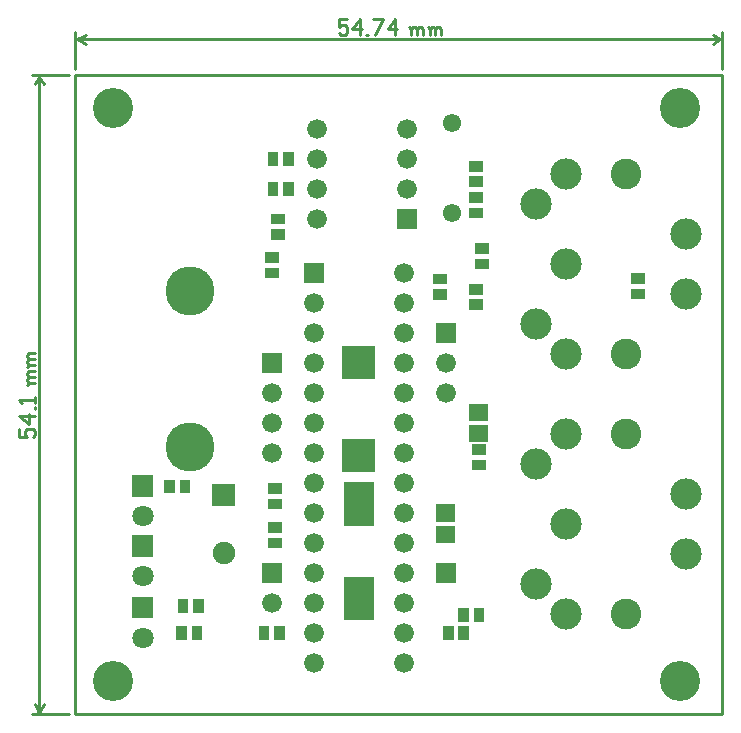
<source format=gbr>
G04 start of page 8 for group -4062 idx -4062 *
G04 Title: (unknown), soldermask *
G04 Creator: pcb 20140316 *
G04 CreationDate: Sun 10 Nov 2019 02:50:04 PM GMT UTC *
G04 For: sladekm *
G04 Format: Gerber/RS-274X *
G04 PCB-Dimensions (mm): 70.00 70.00 *
G04 PCB-Coordinate-Origin: lower left *
%MOMM*%
%FSLAX43Y43*%
%LNBOTTOMMASK*%
%ADD94R,2.540X2.540*%
%ADD93R,1.452X1.452*%
%ADD92R,0.902X0.902*%
%ADD91C,3.400*%
%ADD90C,4.152*%
%ADD89C,1.803*%
%ADD88C,1.905*%
%ADD87C,0.002*%
%ADD86C,1.549*%
%ADD85C,2.600*%
%ADD84C,2.652*%
%ADD83C,1.676*%
%ADD82C,0.254*%
G54D82*X8509Y61491D02*X63246D01*
X8636Y64539D02*X62992D01*
X8509Y65174D02*Y61999D01*
X8636Y64539D02*X9398Y64158D01*
X8001Y61491D02*X4826D01*
X5080Y60729D02*X5461Y61364D01*
X5842Y60729D01*
X63246Y61491D02*Y7389D01*
Y65174D02*Y61999D01*
X62484Y64920D02*X63119Y64539D01*
X62484Y64158D01*
X8509Y7389D02*Y61491D01*
Y7389D02*X63246D01*
X9398Y64920D02*X8636Y64539D01*
X4826Y7389D02*X8001D01*
X5080Y8278D02*X5461Y7516D01*
X5842Y8278D01*
X5461Y61237D02*Y7516D01*
X3762Y31549D02*Y30884D01*
X4427D01*
X4261Y31050D01*
Y31383D02*Y31050D01*
Y31383D02*X4427Y31549D01*
X4926D01*
X5093Y31383D02*X4926Y31549D01*
X5093Y31383D02*Y31050D01*
X4926Y30884D02*X5093Y31050D01*
X4594Y31949D02*X3762Y32614D01*
X4594Y32781D02*Y31949D01*
X3762Y32614D02*X5093D01*
Y33346D02*Y33180D01*
X4028Y33746D02*X3762Y34012D01*
X5093D01*
Y34245D02*Y33746D01*
X4594Y35409D02*X5093D01*
X4594D02*X4427Y35576D01*
Y35742D02*Y35576D01*
Y35742D02*X4594Y35908D01*
X5093D01*
X4594D02*X4427Y36075D01*
Y36241D02*Y36075D01*
Y36241D02*X4594Y36407D01*
X5093D01*
X4427Y35243D02*X4594Y35409D01*
Y36973D02*X5093D01*
X4594D02*X4427Y37140D01*
Y37306D02*Y37140D01*
Y37306D02*X4594Y37472D01*
X5093D01*
X4594D02*X4427Y37639D01*
Y37805D02*Y37639D01*
Y37805D02*X4594Y37971D01*
X5093D01*
X4427Y36807D02*X4594Y36973D01*
X30861Y66238D02*X31526D01*
X30861D02*Y65573D01*
X31027Y65739D01*
X31360D01*
X31526Y65573D01*
Y65074D01*
X31360Y64907D02*X31526Y65074D01*
X31027Y64907D02*X31360D01*
X30861Y65074D02*X31027Y64907D01*
X31926Y65406D02*X32591Y66238D01*
X31926Y65406D02*X32758D01*
X32591Y66238D02*Y64907D01*
X33157D02*X33323D01*
X33889D02*X34554Y66238D01*
X33723D02*X34554D01*
X34954Y65406D02*X35619Y66238D01*
X34954Y65406D02*X35786D01*
X35619Y66238D02*Y64907D01*
X36950Y65406D02*Y64907D01*
Y65406D02*X37117Y65573D01*
X37283D01*
X37449Y65406D01*
Y64907D01*
Y65406D02*X37616Y65573D01*
X37782D01*
X37948Y65406D01*
Y64907D01*
X36784Y65573D02*X36950Y65406D01*
X38514D02*Y64907D01*
Y65406D02*X38680Y65573D01*
X38847D01*
X39013Y65406D01*
Y64907D01*
Y65406D02*X39180Y65573D01*
X39346D01*
X39512Y65406D01*
Y64907D01*
X38348Y65573D02*X38514Y65406D01*
G54D83*X39878Y34567D03*
G54D84*X47498Y28598D03*
X50038Y31138D03*
G54D85*X55118D03*
Y37869D03*
G54D84*X47498Y40409D03*
X60198Y20978D03*
Y26058D03*
Y42949D03*
Y48029D03*
G54D86*X40386Y49807D03*
Y57427D03*
G54D87*G36*
X39040Y40485D02*Y38809D01*
X40716D01*
Y40485D01*
X39040D01*
G37*
G54D83*X39878Y37107D03*
G54D84*X47498Y50569D03*
X50038Y45489D03*
Y37869D03*
Y53109D03*
G54D85*X55118D03*
G54D87*G36*
X35738Y50137D02*Y48461D01*
X37414D01*
Y50137D01*
X35738D01*
G37*
G54D83*X28956Y49299D03*
X36576Y51839D03*
Y54379D03*
Y56919D03*
X28956D03*
Y54379D03*
Y51839D03*
G54D87*G36*
X20130Y26884D02*Y24979D01*
X22034D01*
Y26884D01*
X20130D01*
G37*
G54D88*X21082Y21051D03*
G54D87*G36*
X24308Y20165D02*Y18489D01*
X25984D01*
Y20165D01*
X24308D01*
G37*
G54D83*X25146Y32027D03*
Y29487D03*
Y16787D03*
G54D87*G36*
X13322Y17308D02*Y15504D01*
X15126D01*
Y17308D01*
X13322D01*
G37*
G54D89*X14224Y13866D03*
G54D87*G36*
X13322Y27595D02*Y25791D01*
X15126D01*
Y27595D01*
X13322D01*
G37*
G54D89*X14224Y24153D03*
G54D87*G36*
X13322Y22515D02*Y20711D01*
X15126D01*
Y22515D01*
X13322D01*
G37*
G54D89*X14224Y19073D03*
G54D90*X18224Y29995D03*
G54D83*X28702Y32027D03*
Y29487D03*
Y26947D03*
Y24407D03*
Y21867D03*
Y19327D03*
Y16787D03*
Y14247D03*
Y11707D03*
G54D87*G36*
X39040Y20165D02*Y18489D01*
X40716D01*
Y20165D01*
X39040D01*
G37*
G54D85*X55118Y15898D03*
G54D84*X50038Y23518D03*
Y15898D03*
X47498Y18438D03*
G54D83*X36322Y11707D03*
Y14247D03*
Y16787D03*
Y19327D03*
Y21867D03*
Y24407D03*
Y26947D03*
Y29487D03*
Y32027D03*
G54D87*G36*
X24308Y37945D02*Y36269D01*
X25984D01*
Y37945D01*
X24308D01*
G37*
G54D90*X18224Y43203D03*
G54D87*G36*
X27864Y45565D02*Y43889D01*
X29540D01*
Y45565D01*
X27864D01*
G37*
G54D83*X28702Y42187D03*
Y39647D03*
Y37107D03*
X25146Y34567D03*
X28702D03*
X36322D03*
Y37107D03*
Y39647D03*
Y42187D03*
Y44727D03*
G54D91*X11684Y58697D03*
X59690D03*
X11684Y10183D03*
X59690D03*
G54D92*X42293Y42045D02*X42543D01*
X42547Y28471D02*X42797D01*
X42547Y29771D02*X42797D01*
X56009Y42949D02*X56259D01*
X56009Y44249D02*X56259D01*
G54D93*X42572Y31127D02*X42772D01*
X42572Y32927D02*X42772D01*
G54D92*X42293Y53759D02*X42543D01*
X42293Y52459D02*X42543D01*
X42293Y51107D02*X42543D01*
X42293Y49807D02*X42543D01*
X42293Y43345D02*X42543D01*
X39245Y42919D02*X39495D01*
X39245Y44219D02*X39495D01*
X42801Y45489D02*X43051D01*
X42801Y46789D02*X43051D01*
X41402Y14372D02*Y14122D01*
X42702Y15896D02*Y15646D01*
X41402Y15896D02*Y15646D01*
X40102Y14372D02*Y14122D01*
G54D93*X39778Y22607D02*X39978D01*
X39778Y24407D02*X39978D01*
G54D92*X24496Y14372D02*Y14122D01*
X18811Y14372D02*Y14122D01*
X17511Y14372D02*Y14122D01*
X18938Y16658D02*Y16408D01*
X17638Y16658D02*Y16408D01*
X25796Y14372D02*Y14122D01*
X25275Y23167D02*X25525D01*
X25275Y21867D02*X25525D01*
X25275Y25169D02*X25525D01*
X25275Y26469D02*X25525D01*
X17795Y26793D02*Y26543D01*
X16495Y26793D02*Y26543D01*
G54D87*G36*
X31119Y30654D02*Y27892D01*
X33881D01*
Y30654D01*
X31119D01*
G37*
G54D94*X32512Y17751D02*Y16585D01*
Y25775D02*Y24609D01*
G54D92*X25529Y49299D02*X25779D01*
X26558Y54504D02*Y54254D01*
X25258Y54504D02*Y54254D01*
Y51964D02*Y51714D01*
X26558Y51964D02*Y51714D01*
X25529Y47999D02*X25779D01*
X25021Y44727D02*X25271D01*
X25021Y46027D02*X25271D01*
G54D87*G36*
X31119Y38528D02*Y35766D01*
X33881D01*
Y38528D01*
X31119D01*
G37*
M02*

</source>
